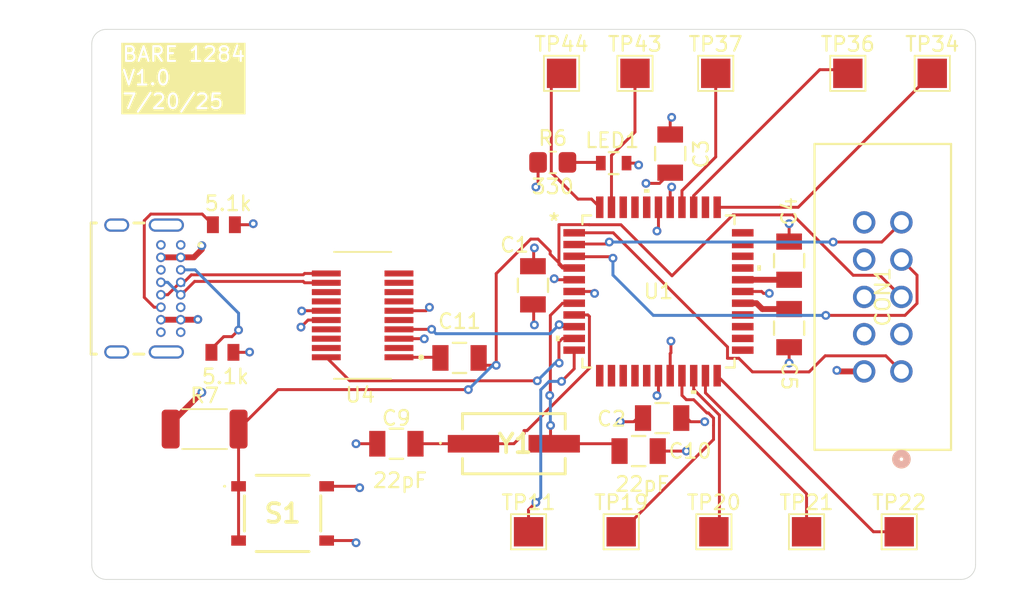
<source format=kicad_pcb>
(kicad_pcb (version 20241229) (generator "pcbnew") (generator_version "9.0")
  (layers (0 "F.Cu" signal) (4 "In1.Cu" signal) (6 "In2.Cu" signal) (2 "B.Cu" signal) (13 "F.Paste" user) (15 "B.Paste" user) (5 "F.SilkS" user "F.Silkscreen") (7 "B.SilkS" user "B.Silkscreen") (1 "F.Mask" user) (3 "B.Mask" user) (25 "Edge.Cuts" user))
  (net 0 "")
  (net 1 "+5V")
  (net 2 "GND")
  (net 3 "/AREF")
  (net 4 "/AVCC")
  (net 5 "Net-(U4-~{DTR}#)")
  (net 8 "/RES")
  (net 9 "/MISO")
  (net 10 "/SCK")
  (net 11 "/MOSI")
  (net 12 "/D_N")
  (net 14 "Net-(J1-CC2)")
  (net 15 "Net-(J1-CC1)")
  (net 17 "/D_P")
  (net 20 "/TXD")
  (net 30 "/RXD")
  (net 46 "Net-(LED1-Pad2)")
  (net 47 "Net-(U1-(PCINT26{slash}RXD1{slash}INT0)_PD2)")
  (net 48 "Net-(U1-(PCINT16{slash}SCL)_PC0)")
  (net 49 "Net-(U1-(PCINT17{slash}SDA)_PC1)")
  (net 50 "Net-(U1-(PCINT18{slash}TCK)_PC2)")
  (net 51 "Net-(U1-(PCINT19{slash}TMS)_PC3)")
  (net 52 "Net-(U1-PA3_(ADC3{slash}PCINT3))")
  (net 53 "Net-(U1-PA1_(ADC1{slash}PCINT1))")
  (net 54 "Net-(U1-PA0_(ADC0{slash}PCINT0))")
  (net 55 "Net-(U1-PB3_(AIN1{slash}OC0A{slash}PCINT11))")
  (net 56 "Net-(U1-PB4_(SS{slash}OC0B{slash}PCINT12))")
  (net 57 "/XTAL1")
  (net 58 "/XTAL2")
  (footprint "TestPoint:TestPoint_Pad_2.0x2.0mm" (layer "F.Cu") (at 158.175 115.23)
    (property "Reference" "TP20" (at 0 -1.998 0) (layer "F.SilkS"))
    (property "Value" "TestPoint" (hide yes))
    (pad "1" smd rect (at 0 0) (size 2 2) (layers "F.Cu" "F.Mask") (net 49 "Net-(U1-(PCINT17{slash}SDA)_PC1)"))
  )
  (footprint "TestPoint:TestPoint_Pad_2.0x2.0mm" (layer "F.Cu") (at 145.55 115.23)
    (property "Reference" "TP11" (at 0 -1.998 0) (layer "F.SilkS"))
    (property "Value" "TestPoint" (hide yes))
    (pad "1" smd rect (at 0 0) (size 2 2) (layers "F.Cu" "F.Mask") (net 47 "Net-(U1-(PCINT26{slash}RXD1{slash}INT0)_PD2)"))
  )
  (footprint "scott_footprint_library:CAPC340180_88N_KEM-L" (layer "F.Cu") (at 140.85 103.38)
    (property "Reference" "C11" (at 0 -2.5 0) (layer "F.SilkS"))
    (property "Value" "100nF" (hide yes))
    (pad "1" smd rect (at -1.301198 0) (size 1.102398 1.749196) (layers "F.Cu" "F.Mask" "F.Paste") (net 5 "Net-(U4-~{DTR}#)"))
    (pad "2" smd rect (at 1.301198 0) (size 1.102398 1.749196) (layers "F.Cu" "F.Mask" "F.Paste") (net 8 "/RES"))
  )
  (footprint "scott_footprint_library:44A_ATM" (layer "F.Cu") (at 154.4 98.85)
    (property "Reference" "U1" (at 0 0 0) (layer "F.SilkS"))
    (property "Value" "ATMEGA1284P-AU")
    (fp_text user "*" (at -7.112 -4.781 0) (layer "F.SilkS"))
    (fp_text user "*" (at -7.112 -4.781 0) (layer "F.SilkS"))
    (pad "1" smd rect (at -5.7404 -4 90) (size 0.508 1.4732) (layers "F.Cu" "F.Mask" "F.Paste") (net 11 "/MOSI"))
    (pad "2" smd rect (at -5.7404 -3.199999 90) (size 0.508 1.4732) (layers "F.Cu" "F.Mask" "F.Paste") (net 9 "/MISO"))
    (pad "3" smd rect (at -5.7404 -2.4 90) (size 0.508 1.4732) (layers "F.Cu" "F.Mask" "F.Paste") (net 10 "/SCK"))
    (pad "4" smd rect (at -5.7404 -1.599999 90) (size 0.508 1.4732) (layers "F.Cu" "F.Mask" "F.Paste") (net 8 "/RES"))
    (pad "5" smd rect (at -5.7404 -0.800001 90) (size 0.508 1.4732) (layers "F.Cu" "F.Mask" "F.Paste") (net 1 "+5V"))
    (pad "6" smd rect (at -5.7404 0 90) (size 0.508 1.4732) (layers "F.Cu" "F.Mask" "F.Paste") (net 2 "GND"))
    (pad "7" smd rect (at -5.7404 0.800001 90) (size 0.508 1.4732) (layers "F.Cu" "F.Mask" "F.Paste") (net 58 "/XTAL2"))
    (pad "8" smd rect (at -5.7404 1.599999 90) (size 0.508 1.4732) (layers "F.Cu" "F.Mask" "F.Paste") (net 57 "/XTAL1"))
    (pad "9" smd rect (at -5.7404 2.4 90) (size 0.508 1.4732) (layers "F.Cu" "F.Mask" "F.Paste") (net 20 "/TXD"))
    (pad "10" smd rect (at -5.7404 3.199999 90) (size 0.508 1.4732) (layers "F.Cu" "F.Mask" "F.Paste") (net 30 "/RXD"))
    (pad "11" smd rect (at -5.7404 4 90) (size 0.508 1.4732) (layers "F.Cu" "F.Mask" "F.Paste") (net 47 "Net-(U1-(PCINT26{slash}RXD1{slash}INT0)_PD2)"))
    (pad "12" smd rect (at -4 5.7404) (size 0.508 1.4732) (layers "F.Cu" "F.Mask" "F.Paste"))
    (pad "13" smd rect (at -3.199999 5.7404) (size 0.508 1.4732) (layers "F.Cu" "F.Mask" "F.Paste"))
    (pad "14" smd rect (at -2.4 5.7404) (size 0.508 1.4732) (layers "F.Cu" "F.Mask" "F.Paste"))
    (pad "15" smd rect (at -1.599999 5.7404) (size 0.508 1.4732) (layers "F.Cu" "F.Mask" "F.Paste"))
    (pad "16" smd rect (at -0.800001 5.7404) (size 0.508 1.4732) (layers "F.Cu" "F.Mask" "F.Paste"))
    (pad "17" smd rect (at 0 5.7404) (size 0.508 1.4732) (layers "F.Cu" "F.Mask" "F.Paste") (net 1 "+5V"))
    (pad "18" smd rect (at 0.800001 5.7404) (size 0.508 1.4732) (layers "F.Cu" "F.Mask" "F.Paste") (net 2 "GND"))
    (pad "19" smd rect (at 1.599999 5.7404) (size 0.508 1.4732) (layers "F.Cu" "F.Mask" "F.Paste") (net 48 "Net-(U1-(PCINT16{slash}SCL)_PC0)"))
    (pad "20" smd rect (at 2.4 5.7404) (size 0.508 1.4732) (layers "F.Cu" "F.Mask" "F.Paste") (net 49 "Net-(U1-(PCINT17{slash}SDA)_PC1)"))
    (pad "21" smd rect (at 3.199999 5.7404) (size 0.508 1.4732) (layers "F.Cu" "F.Mask" "F.Paste") (net 50 "Net-(U1-(PCINT18{slash}TCK)_PC2)"))
    (pad "22" smd rect (at 4 5.7404) (size 0.508 1.4732) (layers "F.Cu" "F.Mask" "F.Paste") (net 51 "Net-(U1-(PCINT19{slash}TMS)_PC3)"))
    (pad "23" smd rect (at 5.7404 4 90) (size 0.508 1.4732) (layers "F.Cu" "F.Mask" "F.Paste"))
    (pad "24" smd rect (at 5.7404 3.199999 90) (size 0.508 1.4732) (layers "F.Cu" "F.Mask" "F.Paste"))
    (pad "25" smd rect (at 5.7404 2.4 90) (size 0.508 1.4732) (layers "F.Cu" "F.Mask" "F.Paste"))
    (pad "26" smd rect (at 5.7404 1.599999 90) (size 0.508 1.4732) (layers "F.Cu" "F.Mask" "F.Paste"))
    (pad "27" smd rect (at 5.7404 0.800001 90) (size 0.508 1.4732) (layers "F.Cu" "F.Mask" "F.Paste") (net 4 "/AVCC"))
    (pad "28" smd rect (at 5.7404 0 90) (size 0.508 1.4732) (layers "F.Cu" "F.Mask" "F.Paste") (net 2 "GND"))
    (pad "29" smd rect (at 5.7404 -0.800001 90) (size 0.508 1.4732) (layers "F.Cu" "F.Mask" "F.Paste") (net 3 "/AREF"))
    (pad "30" smd rect (at 5.7404 -1.599999 90) (size 0.508 1.4732) (layers "F.Cu" "F.Mask" "F.Paste"))
    (pad "31" smd rect (at 5.7404 -2.4 90) (size 0.508 1.4732) (layers "F.Cu" "F.Mask" "F.Paste"))
    (pad "32" smd rect (at 5.7404 -3.199999 90) (size 0.508 1.4732) (layers "F.Cu" "F.Mask" "F.Paste"))
    (pad "33" smd rect (at 5.7404 -4 90) (size 0.508 1.4732) (layers "F.Cu" "F.Mask" "F.Paste"))
    (pad "34" smd rect (at 4 -5.7404) (size 0.508 1.4732) (layers "F.Cu" "F.Mask" "F.Paste") (net 52 "Net-(U1-PA3_(ADC3{slash}PCINT3))"))
    (pad "35" smd rect (at 3.199999 -5.7404) (size 0.508 1.4732) (layers "F.Cu" "F.Mask" "F.Paste"))
    (pad "36" smd rect (at 2.4 -5.7404) (size 0.508 1.4732) (layers "F.Cu" "F.Mask" "F.Paste") (net 53 "Net-(U1-PA1_(ADC1{slash}PCINT1))"))
    (pad "37" smd rect (at 1.599999 -5.7404) (size 0.508 1.4732) (layers "F.Cu" "F.Mask" "F.Paste") (net 54 "Net-(U1-PA0_(ADC0{slash}PCINT0))"))
    (pad "38" smd rect (at 0.800001 -5.7404) (size 0.508 1.4732) (layers "F.Cu" "F.Mask" "F.Paste") (net 1 "+5V"))
    (pad "39" smd rect (at 0 -5.7404) (size 0.508 1.4732) (layers "F.Cu" "F.Mask" "F.Paste") (net 2 "GND"))
    (pad "40" smd rect (at -0.800001 -5.7404) (size 0.508 1.4732) (layers "F.Cu" "F.Mask" "F.Paste"))
    (pad "41" smd rect (at -1.599999 -5.7404) (size 0.508 1.4732) (layers "F.Cu" "F.Mask" "F.Paste"))
    (pad "42" smd rect (at -2.4 -5.7404) (size 0.508 1.4732) (layers "F.Cu" "F.Mask" "F.Paste"))
    (pad "43" smd rect (at -3.199999 -5.7404) (size 0.508 1.4732) (layers "F.Cu" "F.Mask" "F.Paste") (net 55 "Net-(U1-PB3_(AIN1{slash}OC0A{slash}PCINT11))"))
    (pad "44" smd rect (at -4 -5.7404) (size 0.508 1.4732) (layers "F.Cu" "F.Mask" "F.Paste") (net 56 "Net-(U1-PB4_(SS{slash}OC0B{slash}PCINT12))"))
  )
  (footprint "scott_footprint_library:CAPC340180_88N_KEM-L" (layer "F.Cu") (at 153.05 109.73)
    (property "Reference" "C10" (at 3.5 0 0) (layer "F.SilkS"))
    (property "Value" "22pF" (at 0.25 2.25 0) (layer "F.SilkS"))
    (pad "1" smd rect (at -1.301198 0) (size 1.102398 1.749196) (layers "F.Cu" "F.Mask" "F.Paste") (net 58 "/XTAL2"))
    (pad "2" smd rect (at 1.301198 0) (size 1.102398 1.749196) (layers "F.Cu" "F.Mask" "F.Paste") (net 2 "GND"))
  )
  (footprint "scott_footprint_library:CAPC340180_88N_KEM-L" (layer "F.Cu") (at 145.85 98.43 -90)
    (property "Reference" "C1" (at -2.75 1.25 0) (layer "F.SilkS"))
    (property "Value" "100nF" (hide yes))
    (pad "1" smd rect (at -1.301198 0 270) (size 1.102398 1.749196) (layers "F.Cu" "F.Mask" "F.Paste") (net 1 "+5V"))
    (pad "2" smd rect (at 1.301198 0 270) (size 1.102398 1.749196) (layers "F.Cu" "F.Mask" "F.Paste") (net 2 "GND"))
  )
  (footprint "TestPoint:TestPoint_Pad_2.0x2.0mm" (layer "F.Cu") (at 147.8 83.98)
    (property "Reference" "TP44" (at 0 -1.998 0) (layer "F.SilkS"))
    (property "Value" "TestPoint" (hide yes))
    (pad "1" smd rect (at 0 0) (size 2 2) (layers "F.Cu" "F.Mask") (net 56 "Net-(U1-PB4_(SS{slash}OC0B{slash}PCINT12))"))
  )
  (footprint "TestPoint:TestPoint_Pad_2.0x2.0mm" (layer "F.Cu") (at 158.3 83.98)
    (property "Reference" "TP37" (at 0 -1.998 0) (layer "F.SilkS"))
    (property "Value" "TestPoint" (hide yes))
    (pad "1" smd rect (at 0 0) (size 2 2) (layers "F.Cu" "F.Mask") (net 54 "Net-(U1-PA0_(ADC0{slash}PCINT0))"))
  )
  (footprint "TestPoint:TestPoint_Pad_2.0x2.0mm" (layer "F.Cu") (at 173.05 83.98)
    (property "Reference" "TP34" (at 0 -1.998 0) (layer "F.SilkS"))
    (property "Value" "TestPoint" (hide yes))
    (pad "1" smd rect (at 0 0) (size 2 2) (layers "F.Cu" "F.Mask") (net 52 "Net-(U1-PA3_(ADC3{slash}PCINT3))"))
  )
  (footprint "scott_footprint_library:small_button" (layer "F.Cu") (at 128.8 113.98)
    (property "Reference" "S1" (at 0 0 0) (layer "F.SilkS") (effects (font (size 1.27 1.27) (thickness 0.254))))
    (property "Value" "PTS526SM15SMTR2_LFS" (hide yes))
    (pad "1" smd rect (at -3 -1.85 90) (size 0.7 1) (layers "F.Cu" "F.Mask" "F.Paste") (net 8 "/RES"))
    (pad "2" smd rect (at 3 -1.85 90) (size 0.7 1) (layers "F.Cu" "F.Mask" "F.Paste") (net 2 "GND"))
    (pad "3" smd rect (at -3 1.85 90) (size 0.7 1) (layers "F.Cu" "F.Mask" "F.Paste") (net 8 "/RES"))
    (pad "4" smd rect (at 3 1.85 90) (size 0.7 1) (layers "F.Cu" "F.Mask" "F.Paste") (net 2 "GND"))
  )
  (footprint "TestPoint:TestPoint_Pad_2.0x2.0mm" (layer "F.Cu") (at 167.3 83.98)
    (property "Reference" "TP36" (at 0 -1.998 0) (layer "F.SilkS"))
    (property "Value" "TestPoint" (hide yes))
    (pad "1" smd rect (at 0 0) (size 2 2) (layers "F.Cu" "F.Mask") (net 53 "Net-(U1-PA1_(ADC1{slash}PCINT1))"))
  )
  (footprint "scott_footprint_library:RC0805N_YAG-L" (layer "F.Cu") (at 124.8 94.3)
    (property "Reference" "R2" (hide yes))
    (property "Value" "5.1k" (at 0.2921 -1.45 0) (layer "F.SilkS"))
    (pad "1" smd rect (at -0.7493 0) (size 0.8128 1.143) (layers "F.Cu" "F.Mask" "F.Paste") (net 14 "Net-(J1-CC2)"))
    (pad "2" smd rect (at 0.7493 0) (size 0.8128 1.143) (layers "F.Cu" "F.Mask" "F.Paste") (net 2 "GND"))
  )
  (footprint "scott_footprint_library:Crystal 16MHz" (layer "F.Cu") (at 144.55 109.23)
    (property "Reference" "Y1" (at 0.081395 0 0) (layer "F.SilkS") (effects (font (size 1.27 1.27) (thickness 0.254))))
    (property "Value" "Crystal 16.MHZ" (hide yes))
    (pad "1" smd rect (at -2.75 0 90) (size 1.2 3.5) (layers "F.Cu" "F.Mask" "F.Paste") (net 57 "/XTAL1"))
    (pad "2" smd rect (at 2.75 0 90) (size 1.2 3.5) (layers "F.Cu" "F.Mask" "F.Paste") (net 58 "/XTAL2"))
  )
  (footprint "scott_footprint_library:CAPC340180_88N_KEM-L" (layer "F.Cu") (at 163.3 101.35 -90)
    (property "Reference" "C5" (hide yes))
    (property "Value" "100nF" (hide yes))
    (fp_text user "${REFERENCE}" (at 3.25 0 270) (layer "F.SilkS"))
    (pad "1" smd rect (at -1.301198 0 270) (size 1.102398 1.749196) (layers "F.Cu" "F.Mask" "F.Paste") (net 4 "/AVCC"))
    (pad "2" smd rect (at 1.301198 0 270) (size 1.102398 1.749196) (layers "F.Cu" "F.Mask" "F.Paste") (net 2 "GND"))
  )
  (footprint "Resistor_SMD:R_2010_5025Metric" (layer "F.Cu") (at 123.4875 108.23)
    (property "Reference" "R7" (at 0 -2.28 0) (layer "F.SilkS"))
    (property "Value" "10k")
    (pad "1" smd roundrect (at -2.3125 0) (size 1.225 2.65) (layers "F.Cu" "F.Mask" "F.Paste") (roundrect_rratio 0.204082) (net 1 "+5V"))
    (pad "2" smd roundrect (at 2.3125 0) (size 1.225 2.65) (layers "F.Cu" "F.Mask" "F.Paste") (roundrect_rratio 0.204082) (net 8 "/RES"))
  )
  (footprint "Resistor_SMD:R_0805_2012Metric_Pad1.20x1.40mm_HandSolder" (layer "F.Cu") (at 147.2 90.05)
    (property "Reference" "R6" (at 0 -1.65 0) (layer "F.SilkS"))
    (property "Value" "330" (at 0 1.65 0) (layer "F.SilkS"))
    (pad "1" smd roundrect (at -1 0) (size 1.2 1.4) (layers "F.Cu" "F.Mask" "F.Paste") (roundrect_rratio 0.208333) (net 1 "+5V"))
    (pad "2" smd roundrect (at 1 0) (size 1.2 1.4) (layers "F.Cu" "F.Mask" "F.Paste") (roundrect_rratio 0.208333) (net 46 "Net-(LED1-Pad2)"))
  )
  (footprint "scott_footprint_library:USB2.0 Serial" (layer "F.Cu") (at 134.25 100.48 180)
    (property "Reference" "U4" (at 0.16431 -5.4247 0) (layer "F.SilkS") (effects (font (size 1.001386 1.001386))))
    (property "Value" "FT231XS-U")
    (pad "1" smd roundrect (at -2.475 -2.8575 180) (size 1.97 0.41) (layers "F.Cu" "F.Mask" "F.Paste") (roundrect_rratio 0.05) (net 5 "Net-(U4-~{DTR}#)"))
    (pad "2" smd roundrect (at -2.475 -2.2225 180) (size 1.97 0.41) (layers "F.Cu" "F.Mask" "F.Paste") (roundrect_rratio 0.05))
    (pad "3" smd roundrect (at -2.475 -1.5875 180) (size 1.97 0.41) (layers "F.Cu" "F.Mask" "F.Paste") (roundrect_rratio 0.05) (net 1 "+5V"))
    (pad "4" smd roundrect (at -2.475 -0.9525 180) (size 1.97 0.41) (layers "F.Cu" "F.Mask" "F.Paste") (roundrect_rratio 0.05) (net 20 "/TXD"))
    (pad "5" smd roundrect (at -2.475 -0.3175 180) (size 1.97 0.41) (layers "F.Cu" "F.Mask" "F.Paste") (roundrect_rratio 0.05))
    (pad "6" smd roundrect (at -2.475 0.3175 180) (size 1.97 0.41) (layers "F.Cu" "F.Mask" "F.Paste") (roundrect_rratio 0.05) (net 2 "GND"))
    (pad "7" smd roundrect (at -2.475 0.9525 180) (size 1.97 0.41) (layers "F.Cu" "F.Mask" "F.Paste") (roundrect_rratio 0.05))
    (pad "8" smd roundrect (at -2.475 1.5875 180) (size 1.97 0.41) (layers "F.Cu" "F.Mask" "F.Paste") (roundrect_rratio 0.05))
    (pad "9" smd roundrect (at -2.475 2.2225 180) (size 1.97 0.41) (layers "F.Cu" "F.Mask" "F.Paste") (roundrect_rratio 0.05))
    (pad "10" smd roundrect (at -2.475 2.8575 180) (size 1.97 0.41) (layers "F.Cu" "F.Mask" "F.Paste") (roundrect_rratio 0.05))
    (pad "11" smd roundrect (at 2.475 2.8575 180) (size 1.97 0.41) (layers "F.Cu" "F.Mask" "F.Paste") (roundrect_rratio 0.05) (net 17 "/D_P"))
    (pad "12" smd roundrect (at 2.475 2.2225 180) (size 1.97 0.41) (layers "F.Cu" "F.Mask" "F.Paste") (roundrect_rratio 0.05) (net 12 "/D_N"))
    (pad "13" smd roundrect (at 2.475 1.5875 180) (size 1.97 0.41) (layers "F.Cu" "F.Mask" "F.Paste") (roundrect_rratio 0.05))
    (pad "14" smd roundrect (at 2.475 0.9525 180) (size 1.97 0.41) (layers "F.Cu" "F.Mask" "F.Paste") (roundrect_rratio 0.05))
    (pad "15" smd roundrect (at 2.475 0.3175 180) (size 1.97 0.41) (layers "F.Cu" "F.Mask" "F.Paste") (roundrect_rratio 0.05) (net 1 "+5V"))
    (pad "16" smd roundrect (at 2.475 -0.3175 180) (size 1.97 0.41) (layers "F.Cu" "F.Mask" "F.Paste") (roundrect_rratio 0.05) (net 2 "GND"))
    (pad "17" smd roundrect (at 2.475 -0.9525 180) (size 1.97 0.41) (layers "F.Cu" "F.Mask" "F.Paste") (roundrect_rratio 0.05))
    (pad "18" smd roundrect (at 2.475 -1.5875 180) (size 1.97 0.41) (layers "F.Cu" "F.Mask" "F.Paste") (roundrect_rratio 0.05))
    (pad "19" smd roundrect (at 2.475 -2.2225 180) (size 1.97 0.41) (layers "F.Cu" "F.Mask" "F.Paste") (roundrect_rratio 0.05))
    (pad "20" smd roundrect (at 2.475 -2.8575 180) (size 1.97 0.41) (layers "F.Cu" "F.Mask" "F.Paste") (roundrect_rratio 0.05) (net 30 "/RXD"))
  )
  (footprint "scott_footprint_library:CAPC340180_88N_KEM-L" (layer "F.Cu") (at 163.3 96.75 90)
    (property "Reference" "C4" (hide yes))
    (property "Value" "100nF" (hide yes))
    (fp_text user "${REFERENCE}" (at 3.35 0 90) (layer "F.SilkS"))
    (pad "1" smd rect (at -1.301198 0 90) (size 1.102398 1.749196) (layers "F.Cu" "F.Mask" "F.Paste") (net 3 "/AREF"))
    (pad "2" smd rect (at 1.301198 0 90) (size 1.102398 1.749196) (layers "F.Cu" "F.Mask" "F.Paste") (net 2 "GND"))
  )
  (footprint "TestPoint:TestPoint_Pad_2.0x2.0mm" (layer "F.Cu") (at 164.4875 115.23)
    (property "Reference" "TP21" (at 0 -1.998 0) (layer "F.SilkS"))
    (property "Value" "TestPoint" (hide yes))
    (pad "1" smd rect (at 0 0) (size 2 2) (layers "F.Cu" "F.Mask") (net 50 "Net-(U1-(PCINT18{slash}TCK)_PC2)"))
  )
  (footprint "TestPoint:TestPoint_Pad_2.0x2.0mm" (layer "F.Cu") (at 152.8 83.98)
    (property "Reference" "TP43" (at 0 -1.998 0) (layer "F.SilkS"))
    (property "Value" "TestPoint" (hide yes))
    (pad "1" smd rect (at 0 0) (size 2 2) (layers "F.Cu" "F.Mask") (net 55 "Net-(U1-PB3_(AIN1{slash}OC0A{slash}PCINT11))"))
  )
  (footprint "scott_footprint_library:CAPC340180_88N_KEM-L" (layer "F.Cu") (at 136.55 109.23 180)
    (property "Reference" "C9" (at 0 1.75 0) (layer "F.SilkS"))
    (property "Value" "22pF" (at -0.25 -2.5 0) (layer "F.SilkS"))
    (pad "1" smd rect (at -1.301198 0 180) (size 1.102398 1.749196) (layers "F.Cu" "F.Mask" "F.Paste") (net 57 "/XTAL1"))
    (pad "2" smd rect (at 1.301198 0 180) (size 1.102398 1.749196) (layers "F.Cu" "F.Mask" "F.Paste") (net 2 "GND"))
  )
  (footprint "scott_footprint_library:LED_RED_0805" (layer "F.Cu") (at 151.35 90.1 180)
    (property "Reference" "LED1" (at 0.1 1.55 0) (layer "F.SilkS"))
    (property "Value" "LTST-C171KRKT" (hide yes))
    (pad "1" smd rect (at -0.8763 0 180) (size 0.6604 0.9906) (layers "F.Cu" "F.Mask" "F.Paste") (net 2 "GND"))
    (pad "2" smd rect (at 0.8763 0 180) (size 0.6604 0.9906) (layers "F.Cu" "F.Mask" "F.Paste") (net 46 "Net-(LED1-Pad2)"))
  )
  (footprint "scott_footprint_library:GCT_USB4085-GF-A_REVB" (layer "F.Cu") (at 117.5 98.65 -90)
    (property "Reference" "J1" (hide yes))
    (property "Value" "USB4085-GF-A_REVB" (hide yes))
    (pad "A1" thru_hole circle (at -2.975 -4.36 270) (size 0.65 0.65) (drill 0.4) (layers "*.Cu" "*.Mask") (net 2 "GND"))
    (pad "A4" thru_hole circle (at -2.125 -4.36 270) (size 0.65 0.65) (drill 0.4) (layers "*.Cu" "*.Mask") (net 1 "+5V"))
    (pad "A5" thru_hole circle (at -1.275 -4.36 270) (size 0.65 0.65) (drill 0.4) (layers "*.Cu" "*.Mask") (net 15 "Net-(J1-CC1)"))
    (pad "A6" thru_hole circle (at -0.425 -4.36 270) (size 0.65 0.65) (drill 0.4) (layers "*.Cu" "*.Mask") (net 17 "/D_P"))
    (pad "A7" thru_hole circle (at 0.425 -4.36 270) (size 0.65 0.65) (drill 0.4) (layers "*.Cu" "*.Mask") (net 12 "/D_N"))
    (pad "A8" thru_hole circle (at 1.275 -4.36 270) (size 0.65 0.65) (drill 0.4) (layers "*.Cu" "*.Mask"))
    (pad "A9" thru_hole circle (at 2.125 -4.36 270) (size 0.65 0.65) (drill 0.4) (layers "*.Cu" "*.Mask") (net 1 "+5V"))
    (pad "A12" thru_hole circle (at 2.975 -4.36 270) (size 0.65 0.65) (drill 0.4) (layers "*.Cu" "*.Mask") (net 2 "GND"))
    (pad "B1" thru_hole circle (at 2.975 -3.01 270) (size 0.65 0.65) (drill 0.4) (layers "*.Cu" "*.Mask") (net 2 "GND"))
    (pad "B4" thru_hole circle (at 2.125 -3.01 270) (size 0.65 0.65) (drill 0.4) (layers "*.Cu" "*.Mask") (net 1 "+5V"))
    (pad "B5" thru_hole circle (at 1.275 -3.01 270) (size 0.65 0.65) (drill 0.4) (layers "*.Cu" "*.Mask") (net 14 "Net-(J1-CC2)"))
    (pad "B6" thru_hole circle (at 0.425 -3.01 270) (size 0.65 0.65) (drill 0.4) (layers "*.Cu" "*.Mask") (net 17 "/D_P"))
    (pad "B7" thru_hole circle (at -0.425 -3.01 270) (size 0.65 0.65) (drill 0.4) (layers "*.Cu" "*.Mask") (net 12 "/D_N"))
    (pad "B8" thru_hole circle (at -1.275 -3.01 270) (size 0.65 0.65) (drill 0.4) (layers "*.Cu" "*.Mask"))
    (pad "B9" thru_hole circle (at -2.125 -3.01 270) (size 0.65 0.65) (drill 0.4) (layers "*.Cu" "*.Mask") (net 1 "+5V"))
    (pad "B12" thru_hole circle (at -2.975 -3.01 270) (size 0.65 0.65) (drill 0.4) (layers "*.Cu" "*.Mask") (net 2 "GND"))
    (pad "S1" thru_hole oval (at -4.325 0 270) (size 0.9 1.7) (drill oval 0.6 1.4) (layers "*.Cu" "*.Mask") (net 2 "GND"))
    (pad "S2" thru_hole oval (at 4.325 0 270) (size 0.9 1.7) (drill oval 0.6 1.4) (layers "*.Cu" "*.Mask") (net 2 "GND"))
    (pad "S3" thru_hole oval (at -4.325 -3.38 270) (size 0.9 2.4) (drill oval 0.6 2.1) (layers "*.Cu" "*.Mask") (net 2 "GND"))
    (pad "S4" thru_hole oval (at 4.325 -3.38 270) (size 0.9 2.4) (drill oval 0.6 2.1) (layers "*.Cu" "*.Mask") (net 2 "GND"))
  )
  (footprint "scott_footprint_library:CONN10_302-S101_OST" (layer "F.Cu") (at 170.95 104.3 90)
    (property "Reference" "CON1" (at 5.08 -1.27 90) (layer "F.SilkS"))
    (property "Value" "302-S101")
    (pad "1" thru_hole circle (at 0 0 90) (size 1.524 1.524) (drill 1.016) (layers "*.Cu" "*.Mask") (net 11 "/MOSI"))
    (pad "2" thru_hole circle (at 0 -2.54 90) (size 1.524 1.524) (drill 1.016) (layers "*.Cu" "*.Mask") (net 1 "+5V"))
    (pad "3" thru_hole circle (at 2.54 0 90) (size 1.524 1.524) (drill 1.016) (layers "*.Cu" "*.Mask"))
    (pad "4" thru_hole circle (at 2.54 -2.54 90) (size 1.524 1.524) (drill 1.016) (layers "*.Cu" "*.Mask"))
    (pad "5" thru_hole circle (at 5.08 0 90) (size 1.524 1.524) (drill 1.016) (layers "*.Cu" "*.Mask") (net 8 "/RES"))
    (pad "6" thru_hole circle (at 5.08 -2.54 90) (size 1.524 1.524) (drill 1.016) (layers "*.Cu" "*.Mask"))
    (pad "7" thru_hole circle (at 7.62 0 90) (size 1.524 1.524) (drill 1.016) (layers "*.Cu" "*.Mask") (net 10 "/SCK"))
    (pad "8" thru_hole circle (at 7.62 -2.54 90) (size 1.524 1.524) (drill 1.016) (layers "*.Cu" "*.Mask") (net 2 "GND"))
    (pad "9" thru_hole circle (at 10.16 0 90) (size 1.524 1.524) (drill 1.016) (layers "*.Cu" "*.Mask") (net 9 "/MISO"))
    (pad "10" thru_hole circle (at 10.16 -2.54 90) (size 1.524 1.524) (drill 1.016) (layers "*.Cu" "*.Mask") (net 2 "GND"))
  )
  (footprint "scott_footprint_library:RC0805N_YAG-L" (layer "F.Cu") (at 124.7 103)
    (property "Reference" "R1")
    (property "Value" "5.1k" (at 0.2 1.65 0) (layer "F.SilkS"))
    (pad "1" smd rect (at -0.7493 0) (size 0.8128 1.143) (layers "F.Cu" "F.Mask" "F.Paste") (net 15 "Net-(J1-CC1)"))
    (pad "2" smd rect (at 0.7493 0) (size 0.8128 1.143) (layers "F.Cu" "F.Mask" "F.Paste") (net 2 "GND"))
  )
  (footprint "scott_footprint_library:CAPC340180_88N_KEM-L" (layer "F.Cu") (at 155.2 89.45 90)
    (property "Reference" "C3" (hide yes))
    (property "Value" "100nF" (hide yes))
    (fp_text user "${REFERENCE}" (at -0.03 2.1 90) (layer "F.SilkS"))
    (pad "1" smd rect (at -1.301198 0 90) (size 1.102398 1.749196) (layers "F.Cu" "F.Mask" "F.Paste") (net 1 "+5V"))
    (pad "2" smd rect (at 1.301198 0 90) (size 1.102398 1.749196) (layers "F.Cu" "F.Mask" "F.Paste") (net 2 "GND"))
  )
  (footprint "TestPoint:TestPoint_Pad_2.0x2.0mm" (layer "F.Cu") (at 151.8625 115.23)
    (property "Reference" "TP19" (at 0 -1.998 0) (layer "F.SilkS"))
    (property "Value" "TestPoint" (hide yes))
    (pad "1" smd rect (at 0 0) (size 2 2) (layers "F.Cu" "F.Mask") (net 48 "Net-(U1-(PCINT16{slash}SCL)_PC0)"))
  )
  (footprint "TestPoint:TestPoint_Pad_2.0x2.0mm" (layer "F.Cu") (at 170.8 115.23)
    (property "Reference" "TP22" (at 0 -1.998 0) (layer "F.SilkS"))
    (property "Value" "TestPoint" (hide yes))
    (pad "1" smd rect (at 0 0) (size 2 2) (layers "F.Cu" "F.Mask") (net 51 "Net-(U1-(PCINT19{slash}TMS)_PC3)"))
  )
  (footprint "scott_footprint_library:CAPC340180_88N_KEM-L" (layer "F.Cu") (at 154.65 107.48)
    (property "Reference" "C2" (at -3.45 0.05 0) (layer "F.SilkS"))
    (property "Value" "100nF" (hide yes))
    (pad "1" smd rect (at -1.301198 0) (size 1.102398 1.749196) (layers "F.Cu" "F.Mask" "F.Paste") (net 1 "+5V"))
    (pad "2" smd rect (at 1.301198 0) (size 1.102398 1.749196) (layers "F.Cu" "F.Mask" "F.Paste") (net 2 "GND"))
  )
  (gr_arc (start 175 80.98) (mid 175.707107 81.272893) (end 176 81.98) (stroke (width 0.05)) (layer "Edge.Cuts"))
  (gr_line (start 116.8 80.98) (end 175 80.98) (stroke (width 0.05)) (layer "Edge.Cuts"))
  (gr_line (start 115.8 117.48) (end 115.8 81.98) (stroke (width 0.05)) (layer "Edge.Cuts"))
  (gr_line (start 176 81.98) (end 176 117.48) (stroke (width 0.05)) (layer "Edge.Cuts"))
  (gr_arc (start 116.8 118.48) (mid 116.092893 118.187107) (end 115.8 117.48) (stroke (width 0.05)) (layer "Edge.Cuts"))
  (gr_line (start 175 118.48) (end 116.8 118.48) (stroke (width 0.05)) (layer "Edge.Cuts"))
  (gr_arc (start 115.8 81.98) (mid 116.092893 81.272893) (end 116.8 80.98) (stroke (width 0.05)) (layer "Edge.Cuts"))
  (gr_arc (start 176 117.48) (mid 175.707107 118.187107) (end 175 118.48) (stroke (width 0.05)) (layer "Edge.Cuts"))
  (gr_text "BARE 1284\nV1.0\n7/20/25" (at 117.8 86.48 0) (layer "F.SilkS" knockout) (effects (font (size 1 1)) (justify left bottom)))
  (segment (start 145.9 97.298802) (end 145.9 95.93) (width 0.2) (layer "F.Cu") (net 1))
  (segment (start 145.75 96.78) (end 145.8 96.73) (width 0.2) (layer "F.Cu") (net 1))
  (segment (start 136.725 102.0675) (end 138.4375 102.0675) (width 0.2) (layer "F.Cu") (net 1))
  (segment (start 131.775 100.1625) (end 130.1175 100.1625) (width 0.2) (layer "F.Cu") (net 1))
  (segment (start 166.62 104.3) (end 166.55 104.23) (width 0.2) (layer "F.Cu") (net 1))
  (segment (start 122.755 96.525) (end 123.3 95.98) (width 0.4) (layer "F.Cu") (net 1))
  (segment (start 121.175 108.23) (end 121.175 107.855) (width 0.2) (layer "F.Cu") (net 1))
  (segment (start 168.41 104.3) (end 166.62 104.3) (width 0.4) (layer "F.Cu") (net 1))
  (segment (start 155.200001 93.1096) (end 155.200001 91.829999) (width 0.2) (layer "F.Cu") (net 1))
  (segment (start 120.51 96.525) (end 122.755 96.525) (width 0.4) (layer "F.Cu") (net 1))
  (segment (start 123.005 100.775) (end 123.025 100.755) (width 0.2) (layer "F.Cu") (net 1))
  (segment (start 123.025 100.755) (end 123.05 100.73) (width 0.2) (layer "F.Cu") (net 1))
  (segment (start 138.4375 102.0675) (end 138.45 102.08) (width 0.2) (layer "F.Cu") (net 1))
  (segment (start 152.718802 107.73) (end 153.348802 107.1) (width 0.2) (layer "F.Cu") (net 1))
  (segment (start 120.51 100.775) (end 123.005 100.775) (width 0.4) (layer "F.Cu") (net 1))
  (segment (start 130.1175 100.1625) (end 130.1 100.18) (width 0.2) (layer "F.Cu") (net 1))
  (segment (start 147.369999 98.049999) (end 147.3 97.98) (width 0.2) (layer "F.Cu") (net 1))
  (segment (start 121.175 107.855) (end 123.3 105.73) (width 0.4) (layer "F.Cu") (net 1))
  (segment (start 146.2 90.05) (end 146.2 91.58) (width 0.2) (layer "F.Cu") (net 1))
  (segment (start 153.55 91.48) (end 154.471198 91.48) (width 0.2) (layer "F.Cu") (net 1))
  (segment (start 146.2 91.58) (end 146.05 91.73) (width 0.2) (layer "F.Cu") (net 1))
  (segment (start 123.3 95.98) (end 123.3 95.73) (width 0.2) (layer "F.Cu") (net 1))
  (segment (start 154.471198 91.48) (end 155.2 90.751198) (width 0.2) (layer "F.Cu") (net 1))
  (segment (start 151.8 107.73) (end 152.718802 107.73) (width 0.2) (layer "F.Cu") (net 1))
  (segment (start 154.4 104.5904) (end 154.4 105.850802) (width 0.2) (layer "F.Cu") (net 1))
  (segment (start 155.200001 91.829999) (end 155.3 91.73) (width 0.2) (layer "F.Cu") (net 1))
  (segment (start 154.4 105.850802) (end 154.3 105.950802) (width 0.2) (layer "F.Cu") (net 1))
  (segment (start 148.6596 98.049999) (end 147.369999 98.049999) (width 0.2) (layer "F.Cu") (net 1))
  (via (at 151.8 107.73) (size 0.6) (drill 0.3) (layers "F.Cu" "B.Cu") (net 1))
  (via (at 130.1 100.18) (size 0.6) (drill 0.3) (layers "F.Cu" "B.Cu") (net 1))
  (via (at 153.55 91.48) (size 0.6) (drill 0.3) (layers "F.Cu" "B.Cu") (net 1))
  (via (at 146.05 91.73) (size 0.6) (drill 0.3) (layers "F.Cu" "B.Cu") (net 1))
  (via (at 123.3 105.73) (size 0.6) (drill 0.3) (layers "F.Cu" "B.Cu") (net 1))
  (via (at 155.3 91.73) (size 0.6) (drill 0.3) (layers "F.Cu" "B.Cu") (net 1))
  (via (at 138.45 102.08) (size 0.6) (drill 0.3) (layers "F.Cu" "B.Cu") (net 1))
  (via (at 154.3 105.950802) (size 0.6) (drill 0.3) (layers "F.Cu" "B.Cu") (net 1))
  (via (at 145.95 95.88) (size 0.6) (drill 0.3) (layers "F.Cu" "B.Cu") (net 1))
  (via (at 123.3 95.73) (size 0.6) (drill 0.3) (layers "F.Cu" "B.Cu") (net 1))
  (via (at 147.3 97.98) (size 0.6) (drill 0.3) (layers "F.Cu" "B.Cu") (net 1))
  (via (at 123.025 100.755) (size 0.6) (drill 0.3) (layers "F.Cu" "B.Cu") (net 1))
  (via (at 166.55 104.23) (size 0.6) (drill 0.3) (layers "F.Cu" "B.Cu") (net 1))
  (segment (start 155.25 103.03) (end 155.200001 103.079999) (width 0.2) (layer "F.Cu") (net 2))
  (segment (start 154.4 94.63) (end 154.3 94.73) (width 0.2) (layer "F.Cu") (net 2))
  (segment (start 131.8 115.83) (end 133.65 115.83) (width 0.2) (layer "F.Cu") (net 2))
  (segment (start 131.8 112.13) (end 133.95 112.13) (width 0.2) (layer "F.Cu") (net 2))
  (segment (start 154.351198 109.73) (end 156.3 109.73) (width 0.2) (layer "F.Cu") (net 2))
  (segment (start 133.65 115.83) (end 133.8 115.98) (width 0.2) (layer "F.Cu") (net 2))
  (segment (start 130.5325 100.7975) (end 130.05 101.28) (width 0.2) (layer "F.Cu") (net 2))
  (segment (start 135.248802 109.23) (end 133.8 109.23) (width 0.2) (layer "F.Cu") (net 2))
  (segment (start 163.3 95.448802) (end 163.3 94.23) (width 0.2) (layer "F.Cu") (net 2))
  (segment (start 156.581198 107.73) (end 155.951198 107.1) (width 0.2) (layer "F.Cu") (net 2))
  (segment (start 126.73 94.3) (end 126.8 94.23) (width 0.2) (layer "F.Cu") (net 2))
  (segment (start 155.25 102.23) (end 155.25 103.03) (width 0.2) (layer "F.Cu") (net 2))
  (segment (start 152.92 90.1) (end 153.05 90.23) (width 0.2) (layer "F.Cu") (net 2))
  (segment (start 125.4493 103) (end 126.53 103) (width 0.2) (layer "F.Cu") (net 2))
  (segment (start 155.2 87.08) (end 155.3 86.98) (width 0.2) (layer "F.Cu") (net 2))
  (segment (start 161.43 98.85) (end 160.1404 98.85) (width 0.2) (layer "F.Cu") (net 2))
  (segment (start 155.200001 103.079999) (end 155.200001 104.5904) (width 0.2) (layer "F.Cu") (net 2))
  (segment (start 133.95 112.13) (end 134.05 112.23) (width 0.2) (layer "F.Cu") (net 2))
  (segment (start 149.92 98.85) (end 150.05 98.98) (width 0.2) (layer "F.Cu") (net 2))
  (segment (start 163.3 102.651198) (end 163.3 103.73) (width 0.2) (layer "F.Cu") (net 2))
  (segment (start 154.4 93.1096) (end 154.4 94.63) (width 0.2) (layer "F.Cu") (net 2))
  (segment (start 131.775 100.7975) (end 130.5325 100.7975) (width 0.2) (layer "F.Cu") (net 2))
  (segment (start 152.2263 90.1) (end 152.92 90.1) (width 0.2) (layer "F.Cu") (net 2))
  (segment (start 148.6596 98.85) (end 149.92 98.85) (width 0.2) (layer "F.Cu") (net 2))
  (segment (start 161.95 98.98) (end 161.56 98.98) (width 0.2) (layer "F.Cu") (net 2))
  (segment (start 155.2 88.148802) (end 155.2 87.08) (width 0.2) (layer "F.Cu") (net 2))
  (segment (start 125.5493 94.3) (end 126.73 94.3) (width 0.2) (layer "F.Cu") (net 2))
  (segment (start 126.53 103) (end 126.55 102.98) (width 0.2) (layer "F.Cu") (net 2))
  (segment (start 161.56 98.98) (end 161.43 98.85) (width 0.2) (layer "F.Cu") (net 2))
  (segment (start 136.725 100.1625) (end 138.5675 100.1625) (width 0.2) (layer "F.Cu") (net 2))
  (segment (start 145.9 99.901198) (end 145.9 101.08) (width 0.2) (layer "F.Cu") (net 2))
  (segment (start 157.551 107.73) (end 156.581198 107.73) (width 0.2) (layer "F.Cu") (net 2))
  (segment (start 138.5675 100.1625) (end 138.8 99.93) (width 0.2) (layer "F.Cu") (net 2))
  (via (at 133.8 109.23) (size 0.6) (drill 0.3) (layers "F.Cu" "B.Cu") (net 2))
  (via (at 150.05 98.98) (size 0.6) (drill 0.3) (layers "F.Cu" "B.Cu") (net 2))
  (via (at 163.3 103.73) (size 0.6) (drill 0.3) (layers "F.Cu" "B.Cu") (net 2))
  (via (at 126.55 102.98) (size 0.6) (drill 0.3) (layers "F.Cu" "B.Cu") (net 2))
  (via (at 154.3 94.73) (size 0.6) (drill 0.3) (layers "F.Cu" "B.Cu") (net 2))
  (via (at 138.8 99.93) (size 0.6) (drill 0.3) (layers "F.Cu" "B.Cu") (net 2))
  (via (at 145.95 101.13) (size 0.6) (drill 0.3) (layers "F.Cu" "B.Cu") (net 2))
  (via (at 133.8 115.98) (size 0.6) (drill 0.3) (layers "F.Cu" "B.Cu") (net 2))
  (via (at 153.05 90.23) (size 0.6) (drill 0.3) (layers "F.Cu" "B.Cu") (net 2))
  (via (at 161.95 98.98) (size 0.6) (drill 0.3) (layers "F.Cu" "B.Cu") (net 2))
  (via (at 155.25 102.23) (size 0.6) (drill 0.3) (layers "F.Cu" "B.Cu") (net 2))
  (via (at 156.3 109.73) (size 0.6) (drill 0.3) (layers "F.Cu" "B.Cu") (net 2))
  (via (at 155.3 86.98) (size 0.6) (drill 0.3) (layers "F.Cu" "B.Cu") (net 2))
  (via (at 130.05 101.28) (size 0.6) (drill 0.3) (layers "F.Cu" "B.Cu") (net 2))
  (via (at 157.551 107.73) (size 0.6) (drill 0.3) (layers "F.Cu" "B.Cu") (net 2))
  (via (at 134.05 112.23) (size 0.6) (drill 0.3) (layers "F.Cu" "B.Cu") (net 2))
  (via (at 163.3 94.23) (size 0.6) (drill 0.3) (layers "F.Cu" "B.Cu") (net 2))
  (via (at 126.8 94.23) (size 0.6) (drill 0.3) (layers "F.Cu" "B.Cu") (net 2))
  (segment (start 160.1404 98.049999) (end 163.298801 98.049999) (width 0.4) (layer "F.Cu") (net 3))
  (segment (start 163.298801 98.049999) (end 163.3 98.051198) (width 0.2) (layer "F.Cu") (net 3))
  (segment (start 163.3 100.048802) (end 161.475801 100.048802) (width 0.4) (layer "F.Cu") (net 4))
  (segment (start 161.077 99.650001) (end 160.1404 99.650001) (width 0.4) (layer "F.Cu") (net 4))
  (segment (start 161.475801 100.048802) (end 161.077 99.650001) (width 0.4) (layer "F.Cu") (net 4))
  (segment (start 139.506302 103.3375) (end 139.548802 103.38) (width 0.2) (layer "F.Cu") (net 5))
  (segment (start 136.725 103.3375) (end 139.506302 103.3375) (width 0.2) (layer "F.Cu") (net 5))
  (segment (start 142.651198 103.88) (end 142.151198 103.38) (width 0.2) (layer "F.Cu") (net 8))
  (segment (start 167.662943 97.743) (end 163.548943 93.629) (width 0.2) (layer "F.Cu") (net 8))
  (segment (start 147.867001 97.250001) (end 148.6596 97.250001) (width 0.2) (layer "F.Cu") (net 8))
  (segment (start 147.025598 96.105655) (end 146.198943 95.279) (width 0.2) (layer "F.Cu") (net 8))
  (segment (start 125.8 108.23) (end 128.489715 105.540285) (width 0.2) (layer "F.Cu") (net 8))
  (segment (start 147.622 97.005) (end 147.867001 97.250001) (width 0.2) (layer "F.Cu") (net 8))
  (segment (start 128.489715 105.540285) (end 141.45 105.540285) (width 0.2) (layer "F.Cu") (net 8))
  (segment (start 145.701057 95.279) (end 143.35 97.630057) (width 0.2) (layer "F.Cu") (net 8))
  (segment (start 149.6972 94.302) (end 149.6972 94.295) (width 0.2) (layer "F.Cu") (net 8))
  (segment (start 170.95 99.22) (end 169.473 97.743) (width 0.2) (layer "F.Cu") (net 8))
  (segment (start 147.622 94.295) (end 147.622 97.005) (width 0.2) (layer "F.Cu") (net 8))
  (segment (start 125.8 112.13) (end 125.8 115.83) (width 0.2) (layer "F.Cu") (net 8))
  (segment (start 163.548943 93.629) (end 159.4732 93.629) (width 0.2) (layer "F.Cu") (net 8))
  (segment (start 155.32185 97.78035) (end 151.8435 94.302) (width 0.2) (layer "F.Cu") (net 8))
  (segment (start 151.8435 94.302) (end 149.6972 94.302) (width 0.2) (layer "F.Cu") (net 8))
  (segment (start 148.6596 97.250001) (end 147.973398 97.250001) (width 0.2) (layer "F.Cu") (net 8))
  (segment (start 147.973398 97.250001) (end 147.025598 96.302201) (width 0.2) (layer "F.Cu") (net 8))
  (segment (start 146.198943 95.279) (end 145.701057 95.279) (width 0.2) (layer "F.Cu") (net 8))
  (segment (start 159.4732 93.629) (end 155.32185 97.78035) (width 0.2) (layer "F.Cu") (net 8))
  (segment (start 143.35 97.630057) (end 143.35 103.88) (width 0.2) (layer "F.Cu") (net 8))
  (segment (start 147.025598 96.302201) (end 147.025598 96.105655) (width 0.2) (layer "F.Cu") (net 8))
  (segment (start 143.35 103.88) (end 142.651198 103.88) (width 0.2) (layer "F.Cu") (net 8))
  (segment (start 125.8 108.23) (end 125.8 112.13) (width 0.2) (layer "F.Cu") (net 8))
  (segment (start 169.473 97.743) (end 167.662943 97.743) (width 0.2) (layer "F.Cu") (net 8))
  (segment (start 149.6972 94.295) (end 147.622 94.295) (width 0.2) (layer "F.Cu") (net 8))
  (via (at 141.45 105.540285) (size 0.6) (drill 0.3) (layers "F.Cu" "B.Cu") (net 8))
  (via (at 143.35 103.88) (size 0.6) (drill 0.3) (layers "F.Cu" "B.Cu") (net 8))
  (segment (start 143.110285 103.88) (end 143.35 103.88) (width 0.2) (layer "B.Cu") (net 8))
  (segment (start 141.45 105.540285) (end 143.110285 103.88) (width 0.2) (layer "B.Cu") (net 8))
  (segment (start 169.61 95.48) (end 166.3 95.48) (width 0.2) (layer "F.Cu") (net 9))
  (segment (start 170.95 94.14) (end 169.61 95.48) (width 0.2) (layer "F.Cu") (net 9))
  (segment (start 150.916835 95.613165) (end 148.696436 95.613165) (width 0.2) (layer "F.Cu") (net 9))
  (segment (start 151.05 95.48) (end 150.916835 95.613165) (width 0.2) (layer "F.Cu") (net 9))
  (segment (start 148.696436 95.613165) (end 148.6596 95.650001) (width 0.2) (layer "F.Cu") (net 9))
  (via (at 166.3 95.48) (size 0.6) (drill 0.3) (layers "F.Cu" "B.Cu") (net 9))
  (via (at 151.05 95.48) (size 0.6) (drill 0.3) (layers "F.Cu" "B.Cu") (net 9))
  (segment (start 151.05 95.48) (end 166.3 95.48) (width 0.2) (layer "B.Cu") (net 9))
  (segment (start 148.6896 96.48) (end 148.6596 96.45) (width 0.2) (layer "F.Cu") (net 10))
  (segment (start 172.013 97.743) (end 172.013 99.66031) (width 0.2) (layer "F.Cu") (net 10))
  (segment (start 172.013 99.66031) (end 171.19331 100.48) (width 0.2) (layer "F.Cu") (net 10))
  (segment (start 171.19331 100.48) (end 165.8 100.48) (width 0.2) (layer "F.Cu") (net 10))
  (segment (start 151.2 96.48) (end 148.6896 96.48) (width 0.2) (layer "F.Cu") (net 10))
  (segment (start 151.3 96.58) (end 151.2 96.48) (width 0.2) (layer "F.Cu") (net 10))
  (segment (start 170.95 96.68) (end 172.013 97.743) (width 0.2) (layer "F.Cu") (net 10))
  (via (at 165.8 100.48) (size 0.6) (drill 0.3) (layers "F.Cu" "B.Cu") (net 10))
  (via (at 151.3 96.58) (size 0.6) (drill 0.3) (layers "F.Cu" "B.Cu") (net 10))
  (segment (start 151.3 97.73) (end 154.05 100.48) (width 0.2) (layer "B.Cu") (net 10))
  (segment (start 154.05 100.48) (end 165.8 100.48) (width 0.2) (layer "B.Cu") (net 10))
  (segment (start 151.3 96.58) (end 151.3 97.73) (width 0.2) (layer "B.Cu") (net 10))
  (segment (start 159.1028 102.6328) (end 151.32 94.85) (width 0.2) (layer "F.Cu") (net 11))
  (segment (start 160.801 104.331) (end 159.875 103.405) (width 0.2) (layer "F.Cu") (net 11))
  (segment (start 169.887 103.237) (end 165.757198 103.237) (width 0.2) (layer "F.Cu") (net 11))
  (segment (start 165.757198 103.237) (end 164.663198 104.331) (width 0.2) (layer "F.Cu") (net 11))
  (segment (start 159.875 103.405) (end 159.1028 103.405) (width 0.2) (layer "F.Cu") (net 11))
  (segment (start 159.1028 103.405) (end 159.1028 102.6328) (width 0.2) (layer "F.Cu") (net 11))
  (segment (start 151.32 94.85) (end 148.6596 94.85) (width 0.2) (layer "F.Cu") (net 11))
  (segment (start 170.95 104.3) (end 169.887 103.237) (width 0.2) (layer "F.Cu") (net 11))
  (segment (start 164.663198 104.331) (end 160.801 104.331) (width 0.2) (layer "F.Cu") (net 11))
  (segment (start 121.86 99.075) (end 122.084 98.851) (width 0.2) (layer "F.Cu") (net 12))
  (segment (start 130.204999 98.165) (end 130.297499 98.2575) (width 0.2) (layer "F.Cu") (net 12))
  (segment (start 122.805298 98.165) (end 130.204999 98.165) (width 0.2) (layer "F.Cu") (net 12))
  (segment (start 122.119298 98.851) (end 122.805298 98.165) (width 0.2) (layer "F.Cu") (net 12))
  (segment (start 122.084 98.851) (end 122.119298 98.851) (width 0.2) (layer "F.Cu") (net 12))
  (segment (start 130.297499 98.2575) (end 131.775 98.2575) (width 0.2) (layer "F.Cu") (net 12))
  (segment (start 120.51 98.225) (end 120.974702 98.225) (width 0.2) (layer "B.Cu") (net 12))
  (segment (start 121.824702 99.075) (end 121.86 99.075) (width 0.2) (layer "B.Cu") (net 12))
  (segment (start 121.86 99.075) (end 122.059999 98.875001) (width 0.2) (layer "B.Cu") (net 12))
  (segment (start 120.974702 98.225) (end 121.824702 99.075) (width 0.2) (layer "B.Cu") (net 12))
  (segment (start 120.050381 99.925) (end 119.379 99.253619) (width 0.2) (layer "F.Cu") (net 14))
  (segment (start 119.379 99.253619) (end 119.379 94.013926) (width 0.2) (layer "F.Cu") (net 14))
  (segment (start 119.379 94.013926) (end 119.818926 93.574) (width 0.2) (layer "F.Cu") (net 14))
  (segment (start 120.51 99.925) (end 120.050381 99.925) (width 0.2) (layer "F.Cu") (net 14))
  (segment (start 123.3247 93.574) (end 124.0507 94.3) (width 0.2) (layer "F.Cu") (net 14))
  (segment (start 119.818926 93.574) (end 123.3247 93.574) (width 0.2) (layer "F.Cu") (net 14))
  (segment (start 123.9507 102.768264) (end 123.9507 103) (width 0.2) (layer "F.Cu") (net 15))
  (segment (start 124.790466 101.928498) (end 123.9507 102.768264) (width 0.2) (layer "F.Cu") (net 15))
  (segment (start 125.8 101.48) (end 125.351502 101.928498) (width 0.2) (layer "F.Cu") (net 15))
  (segment (start 125.351502 101.928498) (end 124.790466 101.928498) (width 0.2) (layer "F.Cu") (net 15))
  (via (at 125.8 101.48) (size 0.6) (drill 0.3) (layers "F.Cu" "B.Cu") (net 15))
  (segment (start 121.86 97.375) (end 122.845304 97.375) (width 0.2) (layer "B.Cu") (net 15))
  (segment (start 125.8 100.329696) (end 125.8 101.48) (width 0.2) (layer "B.Cu") (net 15))
  (segment (start 122.845304 97.375) (end 125.8 100.329696) (width 0.2) (layer "B.Cu") (net 15))
  (segment (start 122.073603 98.225) (end 122.583603 97.715) (width 0.2) (layer "F.Cu") (net 17))
  (segment (start 120.51 99.075) (end 120.974702 99.075) (width 0.2) (layer "F.Cu") (net 17))
  (segment (start 121.824702 98.225) (end 121.86 98.225) (width 0.2) (layer "F.Cu") (net 17))
  (segment (start 130.297499 97.6225) (end 131.775 97.6225) (width 0.2) (layer "F.Cu") (net 17))
  (segment (start 122.583603 97.715) (end 130.204999 97.715) (width 0.2) (layer "F.Cu") (net 17))
  (segment (start 121.86 98.225) (end 122.073603 98.225) (width 0.2) (layer "F.Cu") (net 17))
  (segment (start 120.974702 99.075) (end 121.824702 98.225) (width 0.2) (layer "F.Cu") (net 17))
  (segment (start 130.204999 97.715) (end 130.297499 97.6225) (width 0.2) (layer "F.Cu") (net 17))
  (segment (start 121.86 98.225) (end 122.059999 98.424999) (width 0.2) (layer "B.Cu") (net 17))
  (segment (start 138.9475 101.4325) (end 136.725 101.4325) (width 0.2) (layer "F.Cu") (net 20))
  (segment (start 147.772825 101.25) (end 147.636835 101.11401) (width 0.2) (layer "F.Cu") (net 20))
  (segment (start 148.6596 101.25) (end 147.772825 101.25) (width 0.2) (layer "F.Cu") (net 20))
  (segment (start 138.95 101.43) (end 138.9475 101.4325) (width 0.2) (layer "F.Cu") (net 20))
  (via (at 147.636835 101.11401) (size 0.6) (drill 0.3) (layers "F.Cu" "B.Cu") (net 20))
  (via (at 138.95 101.43) (size 0.6) (drill 0.3) (layers "F.Cu" "B.Cu") (net 20))
  (segment (start 147.019845 101.731) (end 139.251 101.731) (width 0.2) (layer "B.Cu") (net 20))
  (segment (start 147.636835 101.11401) (end 147.019845 101.731) (width 0.2) (layer "B.Cu") (net 20))
  (segment (start 139.251 101.731) (end 138.95 101.43) (width 0.2) (layer "B.Cu") (net 20))
  (segment (start 147.622 102.295) (end 147.622 103.715165) (width 0.2) (layer "F.Cu") (net 30))
  (segment (start 131.775 103.3375) (end 133.377785 104.940285) (width 0.2) (layer "F.Cu") (net 30))
  (segment (start 133.377785 104.940285) (end 146.14512 104.940285) (width 0.2) (layer "F.Cu") (net 30))
  (segment (start 147.622 103.715165) (end 147.636835 103.73) (width 0.2) (layer "F.Cu") (net 30))
  (segment (start 147.867001 102.049999) (end 147.622 102.295) (width 0.2) (layer "F.Cu") (net 30))
  (segment (start 148.6596 102.049999) (end 147.867001 102.049999) (width 0.2) (layer "F.Cu") (net 30))
  (via (at 146.14512 104.940285) (size 0.6) (drill 0.3) (layers "F.Cu" "B.Cu") (net 30))
  (via (at 147.636835 103.73) (size 0.6) (drill 0.3) (layers "F.Cu" "B.Cu") (net 30))
  (segment (start 147.355405 103.73) (end 146.285835 104.79957) (width 0.2) (layer "B.Cu") (net 30))
  (segment (start 146.285835 104.79957) (end 146.285835 105.081) (width 0.2) (layer "B.Cu") (net 30))
  (segment (start 147.636835 103.73) (end 147.355405 103.73) (width 0.2) (layer "B.Cu") (net 30))
  (segment (start 150.4237 90.05) (end 150.4737 90.1) (width 0.2) (layer "F.Cu") (net 46))
  (segment (start 148.2 90.05) (end 150.4237 90.05) (width 0.2) (layer "F.Cu") (net 46))
  (segment (start 148.6596 104.1204) (end 147.8 104.98) (width 0.2) (layer "F.Cu") (net 47))
  (segment (start 146.05 113.23) (end 145.55 113.73) (width 0.2) (layer "F.Cu") (net 47))
  (segment (start 145.55 113.73) (end 145.55 115.23) (width 0.2) (layer "F.Cu") (net 47))
  (segment (start 148.6596 102.85) (end 148.6596 104.1204) (width 0.2) (layer "F.Cu") (net 47))
  (via (at 147.8 104.98) (size 0.6) (drill 0.3) (layers "F.Cu" "B.Cu") (net 47))
  (via (at 146.05 113.23) (size 0.6) (drill 0.3) (layers "F.Cu" "B.Cu") (net 47))
  (segment (start 147.8 104.98) (end 146.953935 104.98) (width 0.2) (layer "B.Cu") (net 47))
  (segment (start 146.382222 112.897778) (end 146.05 113.23) (width 0.2) (layer "B.Cu") (net 47))
  (segment (start 146.382222 105.551713) (end 146.382222 112.897778) (width 0.2) (layer "B.Cu") (net 47))
  (segment (start 146.953935 104.98) (end 146.382222 105.551713) (width 0.2) (layer "B.Cu") (net 47))
  (segment (start 155.999999 105.929999) (end 155.999999 104.5904) (width 0.2) (layer "F.Cu") (net 48))
  (segment (start 156.8 106.23) (end 156.3 106.23) (width 0.2) (layer "F.Cu") (net 48))
  (segment (start 156.3 106.23) (end 155.999999 105.929999) (width 0.2) (layer "F.Cu") (net 48))
  (segment (start 158.152 107.481057) (end 157.799943 107.129) (width 0.2) (layer "F.Cu") (net 48))
  (segment (start 158.151 107.979943) (end 158.152 107.978943) (width 0.2) (layer "F.Cu") (net 48))
  (segment (start 157.799943 107.129) (end 157.699 107.129) (width 0.2) (layer "F.Cu") (net 48))
  (segment (start 158.151 108.9415) (end 158.151 107.979943) (width 0.2) (layer "F.Cu") (net 48))
  (segment (start 151.8625 115.23) (end 158.151 108.9415) (width 0.2) (layer "F.Cu") (net 48))
  (segment (start 158.152 107.978943) (end 158.152 107.481057) (width 0.2) (layer "F.Cu") (net 48))
  (segment (start 157.699 107.129) (end 156.8 106.23) (width 0.2) (layer "F.Cu") (net 48))
  (segment (start 158.552 114.853) (end 158.175 115.23) (width 0.2) (layer "F.Cu") (net 49))
  (segment (start 156.8 105.527) (end 158.552 107.279) (width 0.2) (layer "F.Cu") (net 49))
  (segment (start 158.552 107.279) (end 158.552 114.853) (width 0.2) (layer "F.Cu") (net 49))
  (segment (start 156.8 104.5904) (end 156.8 105.527) (width 0.2) (layer "F.Cu") (net 49))
  (segment (start 164.4875 112.6474) (end 164.4875 115.23) (width 0.2) (layer "F.Cu") (net 50))
  (segment (start 157.599999 104.5904) (end 157.599999 105.759899) (width 0.2) (layer "F.Cu") (net 50))
  (segment (start 157.599999 105.759899) (end 164.4875 112.6474) (width 0.2) (layer "F.Cu") (net 50))
  (segment (start 158.4 104.5904) (end 169.0396 115.23) (width 0.2) (layer "F.Cu") (net 51))
  (segment (start 169.0396 115.23) (end 170.8 115.23) (width 0.2) (layer "F.Cu") (net 51))
  (segment (start 163.9204 93.1096) (end 173.05 83.98) (width 0.2) (layer "F.Cu") (net 52))
  (segment (start 158.4 93.1096) (end 163.9204 93.1096) (width 0.2) (layer "F.Cu") (net 52))
  (segment (start 156.8 92.316999) (end 165.386999 83.73) (width 0.2) (layer "F.Cu") (net 53))
  (segment (start 156.8 93.1096) (end 156.8 92.316999) (width 0.2) (layer "F.Cu") (net 53))
  (segment (start 165.386999 83.73) (end 167.3 83.73) (width 0.2) (layer "F.Cu") (net 53))
  (segment (start 158.3 89.678995) (end 158.3 83.98) (width 0.2) (layer "F.Cu") (net 54))
  (segment (start 155.999999 93.1096) (end 155.999999 91.978996) (width 0.2) (layer "F.Cu") (net 54))
  (segment (start 155.999999 91.978996) (end 158.3 89.678995) (width 0.2) (layer "F.Cu") (net 54))
  (segment (start 151.200001 93.1096) (end 151.200001 89.579999) (width 0.2) (layer "F.Cu") (net 55))
  (segment (start 151.200001 89.579999) (end 152.8 87.98) (width 0.2) (layer "F.Cu") (net 55))
  (segment (start 152.8 87.98) (end 152.8 83.73) (width 0.2) (layer "F.Cu") (net 55))
  (segment (start 148.91794 92.5521) (end 147.101 90.73516) (width 0.2) (layer "F.Cu") (net 56))
  (segment (start 147.101 84.679) (end 147.8 83.98) (width 0.2) (layer "F.Cu") (net 56))
  (segment (start 147.101 90.73516) (end 147.101 84.679) (width 0.2) (layer "F.Cu") (net 56))
  (segment (start 149.8425 92.5521) (end 148.91794 92.5521) (width 0.2) (layer "F.Cu") (net 56))
  (segment (start 150.4 93.1096) (end 149.8425 92.5521) (width 0.2) (layer "F.Cu") (net 56))
  (segment (start 149.5962 100.449999) (end 148.6596 100.449999) (width 0.2) (layer "F.Cu") (net 57))
  (segment (start 149.6972 100.550999) (end 149.5962 100.449999) (width 0.2) (layer "F.Cu") (net 57))
  (segment (start 145.249 108.531) (end 145.249 108.329) (width 0.2) (layer "F.Cu") (net 57))
  (segment (start 144.55 109.23) (end 145.249 108.531) (width 0.2) (layer "F.Cu") (net 57))
  (segment (start 145.249 108.329) (end 145.451 108.329) (width 0.2) (layer "F.Cu") (net 57))
  (segment (start 137.851198 109.23) (end 141.8 109.23) (width 0.2) (layer "F.Cu") (net 57))
  (segment (start 149.6972 104.0828) (end 149.6972 100.550999) (width 0.2) (layer "F.Cu") (net 57))
  (segment (start 145.451 108.329) (end 149.6972 104.0828) (width 0.2) (layer "F.Cu") (net 57))
  (segment (start 141.8 109.23) (end 144.55 109.23) (width 0.2) (layer "F.Cu") (net 57))
  (segment (start 147.036835 105.894636) (end 147.036835 100.480164) (width 0.2) (layer "F.Cu") (net 58))
  (segment (start 151.248802 109.23) (end 151.748802 109.73) (width 0.2) (layer "F.Cu") (net 58))
  (segment (start 147.05 107.98) (end 147.05 108.98) (width 0.2) (layer "F.Cu") (net 58))
  (segment (start 147.036835 100.480164) (end 147.866998 99.650001) (width 0.2) (layer "F.Cu") (net 58))
  (segment (start 147.3 109.23) (end 151.248802 109.23) (width 0.2) (layer "F.Cu") (net 58))
  (segment (start 147.866998 99.650001) (end 148.6596 99.650001) (width 0.2) (layer "F.Cu") (net 58))
  (segment (start 147.05 108.98) (end 147.3 109.23) (width 0.2) (layer "F.Cu") (net 58))
  (segment (start 146.994153 105.937318) (end 147.036835 105.894636) (width 0.2) (layer "F.Cu") (net 58))
  (via (at 147.05 107.98) (size 0.6) (drill 0.3) (layers "F.Cu" "B.Cu") (net 58))
  (via (at 146.994153 105.937318) (size 0.6) (drill 0.3) (layers "F.Cu" "B.Cu") (net 58))
  (segment (start 146.994153 105.937318) (end 147.036835 105.98) (width 0.2) (layer "B.Cu") (net 58))
  (segment (start 147.036835 107.966835) (end 147.05 107.98) (width 0.2) (layer "B.Cu") (net 58))
  (segment (start 147.036835 105.98) (end 147.036835 107.966835) (width 0.2) (layer "B.Cu") (net 58))
)
</source>
